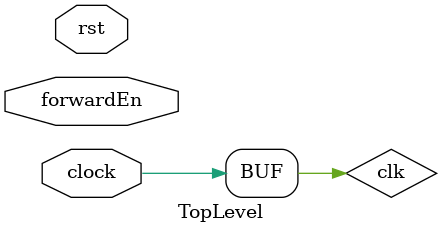
<source format=v>

module TopLevel(
    input clock, rst, forwardEn

);
    wire clk;

    assign clk = clock;


    // IF
    wire [31:0] pcOutIf, instOutIf;
    // IF-ID
    wire [31:0] pcOutIfId, instOutIfId;

    // ID
    wire [31:0] pcOutId;
    wire [3:0] aluCmdOutId;
    wire memReadOutId, memWriteOutId, wbEnOutId, branchOutId, sOutId;
    wire [31:0] reg1OutId, reg2OutId;
    wire immOutId;
    wire [11:0] shiftOperandOutId;
    wire [23:0] imm24OutId;
    wire [3:0] destOutId;
    wire [3:0] src1OutId, src2OutId;
    // ID-EX
    wire [31:0] pcOutIdEx;
    wire [3:0] aluCmdOutIdEx;
    wire memReadOutIdEx, memWriteOutIdEx, wbEnOutIdEx, branchOutIdEx, sOutIdEx;
    wire [31:0] reg1OutIdEx, reg2OutIdEx;
    wire [3:0] src1OutIdEx, src2OutIdEx;
    wire immOutIdEx;
    wire [11:0] shiftOperandOutIdEx;
    wire [23:0] imm24OutIdEx;
    wire [3:0] destOutIdEx;
    wire carryOut;

  

       // EX
    wire memReadOutEx, memWriteOutEx, wbEnOutEx;
    wire branchTaken;
    wire [31:0] branchAddr;
    wire [31:0] aluResOutEx, reg2OutEx;
    wire [3:0] destOutEx;
    wire [3:0] status; // N Z C V
    wire carryIn;
    assign carryIn = status[1];
    // EX-MEM
    wire memReadOutExMem, memWriteOutExMem, wbEnOutExMem;
    wire [31:0] aluResOutExMem, reg2OutExMem;
    wire [3:0] destOutExMem;

    // MEM
    wire memReadOutMem, wbEnOutMem;
    wire [31:0] aluResOutMem, memDataOutMem;
    wire [3:0] destOutMem;
    // MEM-WB
    wire memReadOutMemWb, wbEnOutMemWb;
    wire [31:0] aluResOutMemWb, memDataOutMemWb;
    wire [3:0] destOutMemWb;

    
    // WB
    wire wbEn;
    wire [31:0] wbValue;
    wire [3:0] wbDest;

	// Hazard
    wire hazard, hazardTwoSrc;

    // Forwarding
    wire [1:0] selSrc1, selSrc2;
    
    HazardUnit hzrd(
        .rn(src1OutId), .rdm(src2OutId),
        .twoSrc(hazardTwoSrc),
        .destEx(destOutEx), .destMem(destOutMem),
        .wbEnEx(wbEnOutEx), .wbEnMem(wbEnOutMem), .memREn(memReadOutEx),
        .forwardEn(forwardEn),
        .hazard(hazard)
    );


    StageIf stIf(
        .clk(clk), .rst(rst),
        .branchTaken(branchTaken), .freeze(hazard),
        .branchAddr(branchAddr),
        .pc(pcOutIf), .instruction(instOutIf)
    );
    RegsIfId regsIf(
        .clk(clk), .rst(rst),
        .freeze(hazard ), .flush(branchTaken),
        .pcIn(pcOutIf), .instructionIn(instOutIf),
        .pcOut(pcOutIfId), .instructionOut(instOutIfId)
    );

    StageId stId(
        .clk(clk), .rst(rst),
        .pcIn(pcOutIfId), .inst(instOutIfId),
        .status(status),
        .wbWbEn(wbEn), .wbValue(wbValue), .wbDest(wbDest),
        .hazard(hazard),
        .pcOut(pcOutId),
        .aluCmd(aluCmdOutId), .memRead(memReadOutId), .memWrite(memWriteOutId),
        .wbEn(wbEnOutId), .branch(branchOutId), .s(sOutId),
        .val_Rn(reg1OutId), .val_Rm(reg2OutId),
        .imm(immOutId), .shiftOperand(shiftOperandOutId), .imm24(imm24OutId), .dest(destOutId),
        .src1(src1OutId), .src2(src2OutId), .hazardTwoSrc(hazardTwoSrc)
    );
    RegsIdEx regsId(
        .clk(clk), .rst(rst),
        .pcIn(pcOutId),
        .aluCmdIn(aluCmdOutId), .memReadIn(memReadOutId), .memWriteIn(memWriteOutId),
        .wbEnIn(wbEnOutId), .branchIn(branchOutId), .sIn(sOutId),
        .reg1In(reg1OutId), .reg2In(reg2OutId),
        .immIn(immOutId), .shiftOperandIn(shiftOperandOutId), .imm24In(imm24OutId), .destIn(destOutId),
        .carryIn(carryIn), .src1In(src1OutId), .src2In(src2OutId),
        .flush(branchTaken), .freeze(1'b0),
        .pcOut(pcOutIdEx),
        .aluCmdOut(aluCmdOutIdEx), .memReadOut(memReadOutIdEx), .memWriteOut(memWriteOutIdEx),
        .wbEnOut(wbEnOutIdEx), .branchOut(branchOutIdEx), .sOut(sOutIdEx),
        .reg1Out(reg1OutIdEx), .reg2Out(reg2OutIdEx),
        .immOut(immOutIdEx), .shiftOperandOut(shiftOperandOutIdEx), .imm24Out(imm24OutIdEx), .destOut(destOutIdEx),
        .src1Out(src1OutIdEx), .src2Out(src2OutIdEx),
        .carryOut(carryOut)
    );

    StageEx stEx(
        .clk(clk), .rst(rst),
        .wbEnIn(wbEnOutIdEx), .memREnIn(memReadOutIdEx), .memWEnIn(memWriteOutIdEx),
        .branchTakenIn(branchOutIdEx), .ldStatus(sOutIdEx), .imm(immOutIdEx), .carryIn(carryOut),
        .exeCmd(aluCmdOutIdEx), .val1(reg1OutIdEx), .valRm(reg2OutIdEx), .pc(pcOutIdEx),
        .shifterOperand(shiftOperandOutIdEx), .signedImm24(imm24OutIdEx), .dest(destOutIdEx),
	    .selSrc1(selSrc1) , .selSrc2(selSrc2),
        .valMem(aluResOutExMem), .valWb(wbValue),
        .wbEnOut(wbEnOutEx), .memREnOut(memReadOutEx), .memWEnOut(memWriteOutEx),
        .branchTakenOut(branchTaken), .aluRes(aluResOutEx), .exeValRm(reg2OutEx), .branchAddr(branchAddr),
        .exeDest(destOutEx), .status(status)
    );
    RegsExMem regsEx(
        .clk(clk), .rst(rst),
        .wbEnIn(wbEnOutEx), .memREnIn(memReadOutEx), .memWEnIn(memWriteOutEx),
        .aluResIn(aluResOutEx), .valRmIn(reg2OutEx), .destIn(destOutEx),
        .freeze(1'b0),
        .wbEnOut(wbEnOutExMem), .memREnOut(memReadOutExMem), .memWEnOut(memWriteOutExMem),
        .aluResOut(aluResOutExMem), .valRmOut(reg2OutExMem), .destOut(destOutExMem)
    );
        StageMem stMem(
        .clk(clk), .rst(rst),
        .wbEnIn(wbEnOutExMem), .memREnIn(memReadOutExMem), .memWEnIn(memWriteOutExMem),
        .aluResIn(aluResOutExMem), .valRm(reg2OutExMem), .destIn(destOutExMem),
        .wbEnOut(wbEnOutMem), .memREnOut(memReadOutMem),
        .aluResOut(aluResOutMem), .memOut(memDataOutMem), .destOut(destOutMem)
  
    );
    RegsMemWb regsMem(
        .clk(clk), .rst(rst),
        .wbEnIn(wbEnOutMem), .memREnIn(memReadOutMem),
        .aluResIn(aluResOutMem), .memDataIn(memDataOutMem), .destIn(destOutMem),
        .freeze(1'b0),
        .wbEnOut(wbEnOutMemWb), .memREnOut(memReadOutMemWb),
        .aluResOut(aluResOutMemWb), .memDataOut(memDataOutMemWb), .destOut(destOutMemWb)
    );

    StageWb stWb(
        .clk(clk), .rst(rst),
        .wbEnIn(wbEnOutMemWb), .memREn(memReadOutMemWb),
        .aluRes(aluResOutMemWb), .memData(memDataOutMemWb), .destIn(destOutMemWb),
        .wbEnOut(wbEn), .wbValue(wbValue), .destOut(wbDest)
    );

    
    ForwardingUnit frwrd(
        .forwardEn(forwardEn),
        .src1(src1OutIdEx), .src2(src2OutIdEx),
        .wbEnMem(wbEnOutExMem), .wbEnWb(wbEnOutMemWb),
        .destMem(destOutExMem), .destWb(destOutMemWb),
        .selSrc1(selSrc1), .selSrc2(selSrc2)
    );



endmodule

</source>
